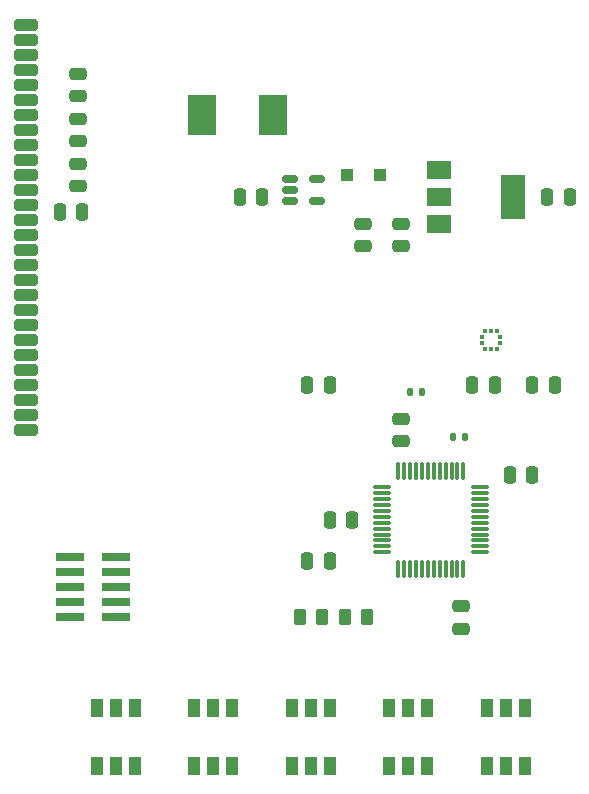
<source format=gtp>
%TF.GenerationSoftware,KiCad,Pcbnew,(6.0.2)*%
%TF.CreationDate,2023-04-06T22:37:41-04:00*%
%TF.ProjectId,skydiving-altimeter,736b7964-6976-4696-9e67-2d616c74696d,rev?*%
%TF.SameCoordinates,Original*%
%TF.FileFunction,Paste,Top*%
%TF.FilePolarity,Positive*%
%FSLAX46Y46*%
G04 Gerber Fmt 4.6, Leading zero omitted, Abs format (unit mm)*
G04 Created by KiCad (PCBNEW (6.0.2)) date 2023-04-06 22:37:41*
%MOMM*%
%LPD*%
G01*
G04 APERTURE LIST*
G04 Aperture macros list*
%AMRoundRect*
0 Rectangle with rounded corners*
0 $1 Rounding radius*
0 $2 $3 $4 $5 $6 $7 $8 $9 X,Y pos of 4 corners*
0 Add a 4 corners polygon primitive as box body*
4,1,4,$2,$3,$4,$5,$6,$7,$8,$9,$2,$3,0*
0 Add four circle primitives for the rounded corners*
1,1,$1+$1,$2,$3*
1,1,$1+$1,$4,$5*
1,1,$1+$1,$6,$7*
1,1,$1+$1,$8,$9*
0 Add four rect primitives between the rounded corners*
20,1,$1+$1,$2,$3,$4,$5,0*
20,1,$1+$1,$4,$5,$6,$7,0*
20,1,$1+$1,$6,$7,$8,$9,0*
20,1,$1+$1,$8,$9,$2,$3,0*%
G04 Aperture macros list end*
%ADD10R,2.000000X1.500000*%
%ADD11R,2.000000X3.800000*%
%ADD12RoundRect,0.150000X-0.512500X-0.150000X0.512500X-0.150000X0.512500X0.150000X-0.512500X0.150000X0*%
%ADD13R,2.350000X3.500000*%
%ADD14R,1.100000X1.100000*%
%ADD15RoundRect,0.250000X0.250000X0.475000X-0.250000X0.475000X-0.250000X-0.475000X0.250000X-0.475000X0*%
%ADD16RoundRect,0.250000X-0.475000X0.250000X-0.475000X-0.250000X0.475000X-0.250000X0.475000X0.250000X0*%
%ADD17R,1.000000X1.500000*%
%ADD18RoundRect,0.250000X-0.250000X-0.475000X0.250000X-0.475000X0.250000X0.475000X-0.250000X0.475000X0*%
%ADD19RoundRect,0.135000X-0.135000X-0.185000X0.135000X-0.185000X0.135000X0.185000X-0.135000X0.185000X0*%
%ADD20RoundRect,0.135000X0.135000X0.185000X-0.135000X0.185000X-0.135000X-0.185000X0.135000X-0.185000X0*%
%ADD21RoundRect,0.250000X0.475000X-0.250000X0.475000X0.250000X-0.475000X0.250000X-0.475000X-0.250000X0*%
%ADD22R,0.325000X0.300000*%
%ADD23R,0.300000X0.325000*%
%ADD24RoundRect,0.250000X-0.262500X-0.450000X0.262500X-0.450000X0.262500X0.450000X-0.262500X0.450000X0*%
%ADD25RoundRect,0.075000X-0.662500X-0.075000X0.662500X-0.075000X0.662500X0.075000X-0.662500X0.075000X0*%
%ADD26RoundRect,0.075000X-0.075000X-0.662500X0.075000X-0.662500X0.075000X0.662500X-0.075000X0.662500X0*%
%ADD27RoundRect,0.250000X0.750000X-0.250000X0.750000X0.250000X-0.750000X0.250000X-0.750000X-0.250000X0*%
%ADD28R,2.400000X0.740000*%
G04 APERTURE END LIST*
D10*
%TO.C,U5*%
X116865000Y-70090000D03*
X116865000Y-72390000D03*
X116865000Y-74690000D03*
D11*
X123165000Y-72390000D03*
%TD*%
D12*
%TO.C,U4*%
X104272500Y-70805000D03*
X104272500Y-71755000D03*
X104272500Y-72705000D03*
X106547500Y-72705000D03*
X106547500Y-70805000D03*
%TD*%
D13*
%TO.C,L1*%
X96820000Y-65405000D03*
X102870000Y-65405000D03*
%TD*%
D14*
%TO.C,D6*%
X111890000Y-70485000D03*
X109090000Y-70485000D03*
%TD*%
D15*
%TO.C,C16*%
X127950000Y-72390000D03*
X126050000Y-72390000D03*
%TD*%
D16*
%TO.C,C15*%
X113665000Y-74615000D03*
X113665000Y-76515000D03*
%TD*%
%TO.C,C14*%
X110490000Y-74615000D03*
X110490000Y-76515000D03*
%TD*%
D15*
%TO.C,C13*%
X101915000Y-72390000D03*
X100015000Y-72390000D03*
%TD*%
D17*
%TO.C,D1*%
X120955000Y-120560000D03*
X122555000Y-120560000D03*
X124155000Y-120560000D03*
X124155000Y-115660000D03*
X122555000Y-115660000D03*
X120955000Y-115660000D03*
%TD*%
D15*
%TO.C,C4*%
X124775000Y-95885000D03*
X122875000Y-95885000D03*
%TD*%
D18*
%TO.C,C1*%
X105730000Y-88265000D03*
X107630000Y-88265000D03*
%TD*%
D19*
%TO.C,R1*%
X118110000Y-92710000D03*
X119130000Y-92710000D03*
%TD*%
D20*
%TO.C,R2*%
X115445000Y-88900000D03*
X114425000Y-88900000D03*
%TD*%
D21*
%TO.C,C11*%
X86360000Y-67625000D03*
X86360000Y-65725000D03*
%TD*%
%TO.C,C10*%
X86360000Y-71435000D03*
X86360000Y-69535000D03*
%TD*%
%TO.C,C12*%
X86360000Y-63815000D03*
X86360000Y-61915000D03*
%TD*%
D15*
%TO.C,C2*%
X109535000Y-99695000D03*
X107635000Y-99695000D03*
%TD*%
D22*
%TO.C,U2*%
X120535000Y-84205000D03*
X120535000Y-84705000D03*
D23*
X120785000Y-85230000D03*
X121285000Y-85230000D03*
X121785000Y-85230000D03*
D22*
X122035000Y-84705000D03*
X122035000Y-84205000D03*
X121785000Y-83680000D03*
X121285000Y-83680000D03*
X120785000Y-83680000D03*
%TD*%
D17*
%TO.C,D4*%
X96190000Y-120560000D03*
X97790000Y-120560000D03*
X99390000Y-120560000D03*
X99390000Y-115660000D03*
X97790000Y-115660000D03*
X96190000Y-115660000D03*
%TD*%
D24*
%TO.C,R4*%
X108942500Y-107950000D03*
X110767500Y-107950000D03*
%TD*%
D17*
%TO.C,D5*%
X87935000Y-120560000D03*
X89535000Y-120560000D03*
X91135000Y-120560000D03*
X91135000Y-115660000D03*
X89535000Y-115660000D03*
X87935000Y-115660000D03*
%TD*%
D18*
%TO.C,C6*%
X105730000Y-103190000D03*
X107630000Y-103190000D03*
%TD*%
D17*
%TO.C,D2*%
X112700000Y-120560000D03*
X114300000Y-120560000D03*
X115900000Y-120560000D03*
X115900000Y-115660000D03*
X114300000Y-115660000D03*
X112700000Y-115660000D03*
%TD*%
D18*
%TO.C,C7*%
X119700000Y-88265000D03*
X121600000Y-88265000D03*
%TD*%
D16*
%TO.C,C5*%
X113665000Y-91125000D03*
X113665000Y-93025000D03*
%TD*%
D25*
%TO.C,U1*%
X112042500Y-96945000D03*
X112042500Y-97445000D03*
X112042500Y-97945000D03*
X112042500Y-98445000D03*
X112042500Y-98945000D03*
X112042500Y-99445000D03*
X112042500Y-99945000D03*
X112042500Y-100445000D03*
X112042500Y-100945000D03*
X112042500Y-101445000D03*
X112042500Y-101945000D03*
X112042500Y-102445000D03*
D26*
X113455000Y-103857500D03*
X113955000Y-103857500D03*
X114455000Y-103857500D03*
X114955000Y-103857500D03*
X115455000Y-103857500D03*
X115955000Y-103857500D03*
X116455000Y-103857500D03*
X116955000Y-103857500D03*
X117455000Y-103857500D03*
X117955000Y-103857500D03*
X118455000Y-103857500D03*
X118955000Y-103857500D03*
D25*
X120367500Y-102445000D03*
X120367500Y-101945000D03*
X120367500Y-101445000D03*
X120367500Y-100945000D03*
X120367500Y-100445000D03*
X120367500Y-99945000D03*
X120367500Y-99445000D03*
X120367500Y-98945000D03*
X120367500Y-98445000D03*
X120367500Y-97945000D03*
X120367500Y-97445000D03*
X120367500Y-96945000D03*
D26*
X118955000Y-95532500D03*
X118455000Y-95532500D03*
X117955000Y-95532500D03*
X117455000Y-95532500D03*
X116955000Y-95532500D03*
X116455000Y-95532500D03*
X115955000Y-95532500D03*
X115455000Y-95532500D03*
X114955000Y-95532500D03*
X114455000Y-95532500D03*
X113955000Y-95532500D03*
X113455000Y-95532500D03*
%TD*%
D27*
%TO.C,U3*%
X81915000Y-92075000D03*
X81915000Y-90805000D03*
X81915000Y-89535000D03*
X81915000Y-88265000D03*
X81915000Y-86995000D03*
X81915000Y-85725000D03*
X81915000Y-84455000D03*
X81915000Y-83185000D03*
X81915000Y-81915000D03*
X81915000Y-80645000D03*
X81915000Y-79375000D03*
X81915000Y-78105000D03*
X81915000Y-76835000D03*
X81915000Y-75565000D03*
X81915000Y-74295000D03*
X81915000Y-73025000D03*
X81915000Y-71755000D03*
X81915000Y-70485000D03*
X81915000Y-69215000D03*
X81915000Y-67945000D03*
X81915000Y-66675000D03*
X81915000Y-65405000D03*
X81915000Y-64135000D03*
X81915000Y-62865000D03*
X81915000Y-61595000D03*
X81915000Y-60325000D03*
X81915000Y-59055000D03*
X81915000Y-57785000D03*
%TD*%
D28*
%TO.C,J1*%
X85680000Y-102870000D03*
X89580000Y-102870000D03*
X85680000Y-104140000D03*
X89580000Y-104140000D03*
X85680000Y-105410000D03*
X89580000Y-105410000D03*
X85680000Y-106680000D03*
X89580000Y-106680000D03*
X85680000Y-107950000D03*
X89580000Y-107950000D03*
%TD*%
D24*
%TO.C,R3*%
X105132500Y-107950000D03*
X106957500Y-107950000D03*
%TD*%
D15*
%TO.C,C9*%
X86675000Y-73660000D03*
X84775000Y-73660000D03*
%TD*%
D21*
%TO.C,C3*%
X118745000Y-108900000D03*
X118745000Y-107000000D03*
%TD*%
D17*
%TO.C,D3*%
X104445000Y-120560000D03*
X106045000Y-120560000D03*
X107645000Y-120560000D03*
X107645000Y-115660000D03*
X106045000Y-115660000D03*
X104445000Y-115660000D03*
%TD*%
D18*
%TO.C,C8*%
X124780000Y-88265000D03*
X126680000Y-88265000D03*
%TD*%
M02*

</source>
